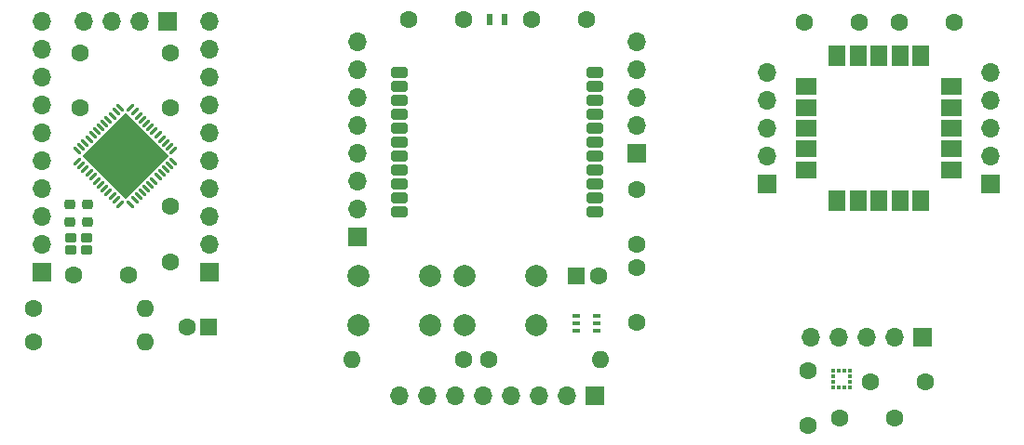
<source format=gbr>
%TF.GenerationSoftware,KiCad,Pcbnew,8.0.2-8.0.2-0~ubuntu22.04.1*%
%TF.CreationDate,2024-05-30T13:23:40+02:00*%
%TF.ProjectId,Version 1,56657273-696f-46e2-9031-2e6b69636164,1*%
%TF.SameCoordinates,Original*%
%TF.FileFunction,Soldermask,Top*%
%TF.FilePolarity,Negative*%
%FSLAX46Y46*%
G04 Gerber Fmt 4.6, Leading zero omitted, Abs format (unit mm)*
G04 Created by KiCad (PCBNEW 8.0.2-8.0.2-0~ubuntu22.04.1) date 2024-05-30 13:23:40*
%MOMM*%
%LPD*%
G01*
G04 APERTURE LIST*
G04 Aperture macros list*
%AMRoundRect*
0 Rectangle with rounded corners*
0 $1 Rounding radius*
0 $2 $3 $4 $5 $6 $7 $8 $9 X,Y pos of 4 corners*
0 Add a 4 corners polygon primitive as box body*
4,1,4,$2,$3,$4,$5,$6,$7,$8,$9,$2,$3,0*
0 Add four circle primitives for the rounded corners*
1,1,$1+$1,$2,$3*
1,1,$1+$1,$4,$5*
1,1,$1+$1,$6,$7*
1,1,$1+$1,$8,$9*
0 Add four rect primitives between the rounded corners*
20,1,$1+$1,$2,$3,$4,$5,0*
20,1,$1+$1,$4,$5,$6,$7,0*
20,1,$1+$1,$6,$7,$8,$9,0*
20,1,$1+$1,$8,$9,$2,$3,0*%
%AMRotRect*
0 Rectangle, with rotation*
0 The origin of the aperture is its center*
0 $1 length*
0 $2 width*
0 $3 Rotation angle, in degrees counterclockwise*
0 Add horizontal line*
21,1,$1,$2,0,0,$3*%
G04 Aperture macros list end*
%ADD10R,0.600000X1.100000*%
%ADD11R,1.700000X1.700000*%
%ADD12O,1.700000X1.700000*%
%ADD13RoundRect,0.250000X0.500000X-0.250000X0.500000X0.250000X-0.500000X0.250000X-0.500000X-0.250000X0*%
%ADD14C,2.000000*%
%ADD15R,0.375000X0.350000*%
%ADD16R,0.350000X0.375000*%
%ADD17C,1.600000*%
%ADD18O,1.600000X1.600000*%
%ADD19R,1.600000X1.600000*%
%ADD20RoundRect,0.102000X0.373000X0.323000X-0.373000X0.323000X-0.373000X-0.323000X0.373000X-0.323000X0*%
%ADD21RoundRect,0.100000X-0.225000X-0.100000X0.225000X-0.100000X0.225000X0.100000X-0.225000X0.100000X0*%
%ADD22RoundRect,0.000001X-0.900000X-0.750000X0.900000X-0.750000X0.900000X0.750000X-0.900000X0.750000X0*%
%ADD23RoundRect,0.000001X-0.750000X-0.900000X0.750000X-0.900000X0.750000X0.900000X-0.750000X0.900000X0*%
%ADD24RoundRect,0.225000X-0.250000X0.225000X-0.250000X-0.225000X0.250000X-0.225000X0.250000X0.225000X0*%
%ADD25RoundRect,0.062500X-0.220971X-0.309359X0.309359X0.220971X0.220971X0.309359X-0.309359X-0.220971X0*%
%ADD26RoundRect,0.062500X0.220971X-0.309359X0.309359X-0.220971X-0.220971X0.309359X-0.309359X0.220971X0*%
%ADD27RotRect,5.600000X5.600000X45.000000*%
G04 APERTURE END LIST*
D10*
%TO.C,Y1*%
X63919111Y-21800222D03*
X65319111Y-21800222D03*
%TD*%
D11*
%TO.C,J8*%
X103316000Y-50742500D03*
D12*
X100776000Y-50742500D03*
X98236000Y-50742500D03*
X95696000Y-50742500D03*
X93156000Y-50742500D03*
%TD*%
D13*
%TO.C,U1*%
X73509111Y-26626222D03*
X73509111Y-27896222D03*
X73509111Y-29166222D03*
X73509111Y-30436222D03*
X73509111Y-31706222D03*
X73509111Y-32976222D03*
X73509111Y-34246222D03*
X73509111Y-35516222D03*
X73509111Y-36786222D03*
X73509111Y-38056222D03*
X73509111Y-39326222D03*
X55729111Y-26626222D03*
X55729111Y-27896222D03*
X55729111Y-29166222D03*
X55729111Y-30436222D03*
X55729111Y-31706222D03*
X55729111Y-32976222D03*
X55729111Y-34246222D03*
X55729111Y-35516222D03*
X55729111Y-36786222D03*
X55729111Y-38056222D03*
X55729111Y-39326222D03*
%TD*%
D14*
%TO.C,USR_SW1*%
X61623111Y-45204222D03*
X68123111Y-45204222D03*
X61623111Y-49704222D03*
X68123111Y-49704222D03*
%TD*%
D15*
%TO.C,U4*%
X95192500Y-53802500D03*
X95192500Y-54302500D03*
X95192500Y-54802500D03*
X95192500Y-55302500D03*
D16*
X95705000Y-55315000D03*
X96205000Y-55315000D03*
D15*
X96717500Y-55302500D03*
X96717500Y-54802500D03*
X96717500Y-54302500D03*
X96717500Y-53802500D03*
D16*
X96205000Y-53790000D03*
X95705000Y-53790000D03*
%TD*%
D11*
%TO.C,J9*%
X73494111Y-56090222D03*
D12*
X70954111Y-56090222D03*
X68414111Y-56090222D03*
X65874111Y-56090222D03*
X63334111Y-56090222D03*
X60794111Y-56090222D03*
X58254111Y-56090222D03*
X55714111Y-56090222D03*
%TD*%
D11*
%TO.C,J2*%
X51919111Y-41612222D03*
D12*
X51919111Y-39072222D03*
X51919111Y-36532222D03*
X51919111Y-33992222D03*
X51919111Y-31452222D03*
X51919111Y-28912222D03*
X51919111Y-26372222D03*
X51919111Y-23832222D03*
%TD*%
D17*
%TO.C,R1*%
X22410544Y-48166680D03*
D18*
X32570544Y-48166680D03*
%TD*%
D17*
%TO.C,C15*%
X95741000Y-58108500D03*
X100741000Y-58108500D03*
%TD*%
%TO.C,R4*%
X61571111Y-52788222D03*
D18*
X51411111Y-52788222D03*
%TD*%
D17*
%TO.C,C6*%
X77319111Y-37334222D03*
X77319111Y-42334222D03*
%TD*%
D19*
%TO.C,C10*%
X38372769Y-49817680D03*
D17*
X36372769Y-49817680D03*
%TD*%
%TO.C,C11*%
X101162111Y-22027222D03*
X106162111Y-22027222D03*
%TD*%
%TO.C,R3*%
X63857111Y-52788222D03*
D18*
X74017111Y-52788222D03*
%TD*%
D17*
%TO.C,C5*%
X61531111Y-21800222D03*
X56531111Y-21800222D03*
%TD*%
%TO.C,C13*%
X92907000Y-53825500D03*
X92907000Y-58825500D03*
%TD*%
%TO.C,R2*%
X22410544Y-51214680D03*
D18*
X32570544Y-51214680D03*
%TD*%
D20*
%TO.C,Y2*%
X27250344Y-41698880D03*
X25800344Y-41698880D03*
X25800344Y-42848880D03*
X27250344Y-42848880D03*
%TD*%
D17*
%TO.C,C2*%
X34907344Y-29889480D03*
X34907344Y-24889480D03*
%TD*%
D21*
%TO.C,G1*%
X71797111Y-48836222D03*
X71797111Y-49486222D03*
X71797111Y-50136222D03*
X73697111Y-50136222D03*
X73697111Y-49486222D03*
X73697111Y-48836222D03*
%TD*%
D22*
%TO.C,U3*%
X92744111Y-27918222D03*
X92744111Y-29818222D03*
X92744111Y-31718222D03*
X92744111Y-33618222D03*
X92744111Y-35518222D03*
D23*
X95544111Y-38318222D03*
X97444111Y-38318222D03*
X99344111Y-38318222D03*
X101244111Y-38318222D03*
X103144111Y-38318222D03*
D22*
X105944111Y-35518222D03*
X105944111Y-33618222D03*
X105944111Y-31718222D03*
X105944111Y-29818222D03*
X105944111Y-27918222D03*
D23*
X103144111Y-25118222D03*
X101244111Y-25118222D03*
X99344111Y-25118222D03*
X97444111Y-25118222D03*
X95544111Y-25118222D03*
%TD*%
D11*
%TO.C,J6*%
X109504111Y-36793222D03*
D12*
X109504111Y-34253222D03*
X109504111Y-31713222D03*
X109504111Y-29173222D03*
X109504111Y-26633222D03*
%TD*%
D14*
%TO.C,RST_SW1*%
X51971111Y-45204222D03*
X58471111Y-45204222D03*
X51971111Y-49704222D03*
X58471111Y-49704222D03*
%TD*%
D11*
%TO.C,J1*%
X77319111Y-33992222D03*
D12*
X77319111Y-31452222D03*
X77319111Y-28912222D03*
X77319111Y-26372222D03*
X77319111Y-23832222D03*
%TD*%
D17*
%TO.C,C4*%
X67741511Y-21800222D03*
X72741511Y-21800222D03*
%TD*%
%TO.C,C7*%
X26057344Y-45118680D03*
X31057344Y-45118680D03*
%TD*%
D24*
%TO.C,C9*%
X27388944Y-38704880D03*
X27388944Y-40254880D03*
%TD*%
%TO.C,C8*%
X25712544Y-38704880D03*
X25712544Y-40254880D03*
%TD*%
D17*
%TO.C,C3*%
X26677744Y-29889480D03*
X26677744Y-24889480D03*
%TD*%
%TO.C,C14*%
X98535000Y-54806500D03*
X103535000Y-54806500D03*
%TD*%
%TO.C,C1*%
X34905111Y-38870222D03*
X34905111Y-43870222D03*
%TD*%
D25*
%TO.C,U2*%
X26417321Y-34740039D03*
X26770874Y-35093592D03*
X27124428Y-35447146D03*
X27477981Y-35800699D03*
X27831534Y-36154252D03*
X28185088Y-36507806D03*
X28538641Y-36861359D03*
X28892195Y-37214913D03*
X29245748Y-37568466D03*
X29599301Y-37922019D03*
X29952855Y-38275573D03*
X30306408Y-38629126D03*
D26*
X31278680Y-38629126D03*
X31632233Y-38275573D03*
X31985787Y-37922019D03*
X32339340Y-37568466D03*
X32692893Y-37214913D03*
X33046447Y-36861359D03*
X33400000Y-36507806D03*
X33753554Y-36154252D03*
X34107107Y-35800699D03*
X34460660Y-35447146D03*
X34814214Y-35093592D03*
X35167767Y-34740039D03*
D25*
X35167767Y-33767767D03*
X34814214Y-33414214D03*
X34460660Y-33060660D03*
X34107107Y-32707107D03*
X33753554Y-32353554D03*
X33400000Y-32000000D03*
X33046447Y-31646447D03*
X32692893Y-31292893D03*
X32339340Y-30939340D03*
X31985787Y-30585787D03*
X31632233Y-30232233D03*
X31278680Y-29878680D03*
D26*
X30306408Y-29878680D03*
X29952855Y-30232233D03*
X29599301Y-30585787D03*
X29245748Y-30939340D03*
X28892195Y-31292893D03*
X28538641Y-31646447D03*
X28185088Y-32000000D03*
X27831534Y-32353554D03*
X27477981Y-32707107D03*
X27124428Y-33060660D03*
X26770874Y-33414214D03*
X26417321Y-33767767D03*
D27*
X30792544Y-34253903D03*
%TD*%
D11*
%TO.C,J7*%
X89184111Y-36793222D03*
D12*
X89184111Y-34253222D03*
X89184111Y-31713222D03*
X89184111Y-29173222D03*
X89184111Y-26633222D03*
%TD*%
D17*
%TO.C,C12*%
X92526111Y-22027222D03*
X97526111Y-22027222D03*
%TD*%
%TO.C,C16*%
X77319111Y-49446222D03*
X77319111Y-44446222D03*
%TD*%
D19*
%TO.C,C17*%
X71791999Y-45168222D03*
D17*
X73791999Y-45168222D03*
%TD*%
D11*
%TO.C,J4*%
X23172544Y-44864680D03*
D12*
X23172544Y-42324680D03*
X23172544Y-39784680D03*
X23172544Y-37244680D03*
X23172544Y-34704680D03*
X23172544Y-32164680D03*
X23172544Y-29624680D03*
X23172544Y-27084680D03*
X23172544Y-24544680D03*
X23172544Y-22004680D03*
%TD*%
D11*
%TO.C,J3*%
X34592544Y-22004680D03*
D12*
X32052544Y-22004680D03*
X29512544Y-22004680D03*
X26972544Y-22004680D03*
%TD*%
D11*
%TO.C,J5*%
X38412544Y-44864680D03*
D12*
X38412544Y-42324680D03*
X38412544Y-39784680D03*
X38412544Y-37244680D03*
X38412544Y-34704680D03*
X38412544Y-32164680D03*
X38412544Y-29624680D03*
X38412544Y-27084680D03*
X38412544Y-24544680D03*
X38412544Y-22004680D03*
%TD*%
M02*

</source>
